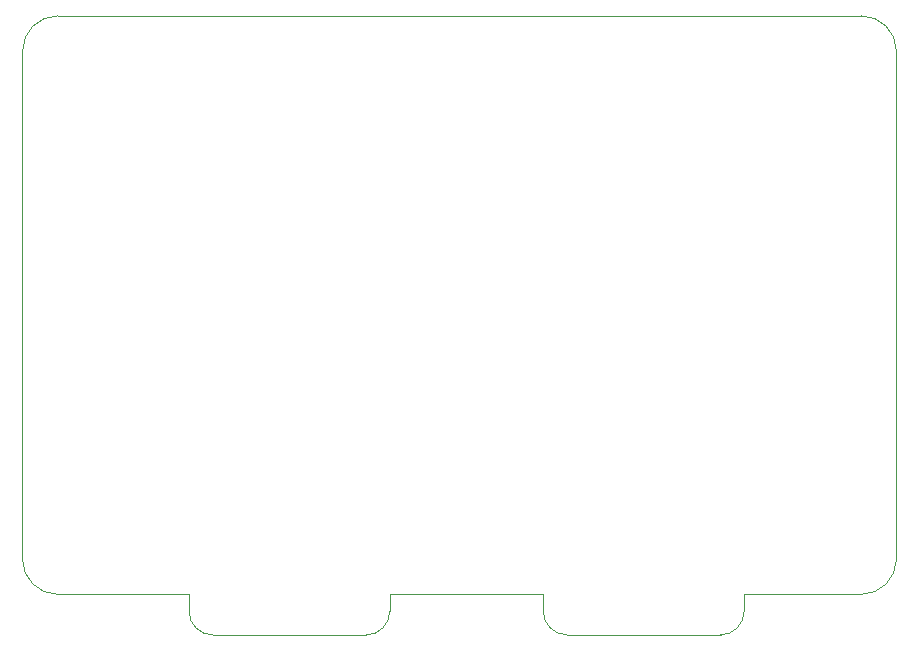
<source format=gko>
G04 Layer_Color=16711935*
%FSLAX25Y25*%
%MOIN*%
G70*
G01*
G75*
%ADD66C,0.00394*%
D66*
X-0Y11811D02*
G03*
X-11811Y-0I0J-11811D01*
G01*
X-11811Y-169291D02*
G03*
X-0Y-181102I11811J0D01*
G01*
X267717D02*
G03*
X279527Y-169323I0J11811D01*
G01*
X279528Y0D02*
G03*
X267717Y11811I-11811J0D01*
G01*
X161809Y-186706D02*
G03*
X169683Y-194580I7874J0D01*
G01*
X220864D02*
G03*
X228738Y-186706I0J7874D01*
G01*
X102753Y-194580D02*
G03*
X110628Y-186706I0J7874D01*
G01*
X43698D02*
G03*
X51572Y-194580I7874J0D01*
G01*
X-11811Y-169291D02*
Y-0D01*
X279528Y-169323D02*
Y0D01*
X-0Y11811D02*
X267717D01*
X161809Y-186706D02*
Y-181102D01*
X228738Y-186706D02*
Y-181102D01*
X169683Y-194580D02*
X220864D01*
X228738Y-181102D02*
X267717D01*
X51572Y-194580D02*
X102753D01*
X110628Y-186706D02*
Y-181105D01*
X43698Y-186706D02*
Y-181102D01*
X-0D02*
X43698D01*
X110628Y-181105D02*
X161805D01*
M02*

</source>
